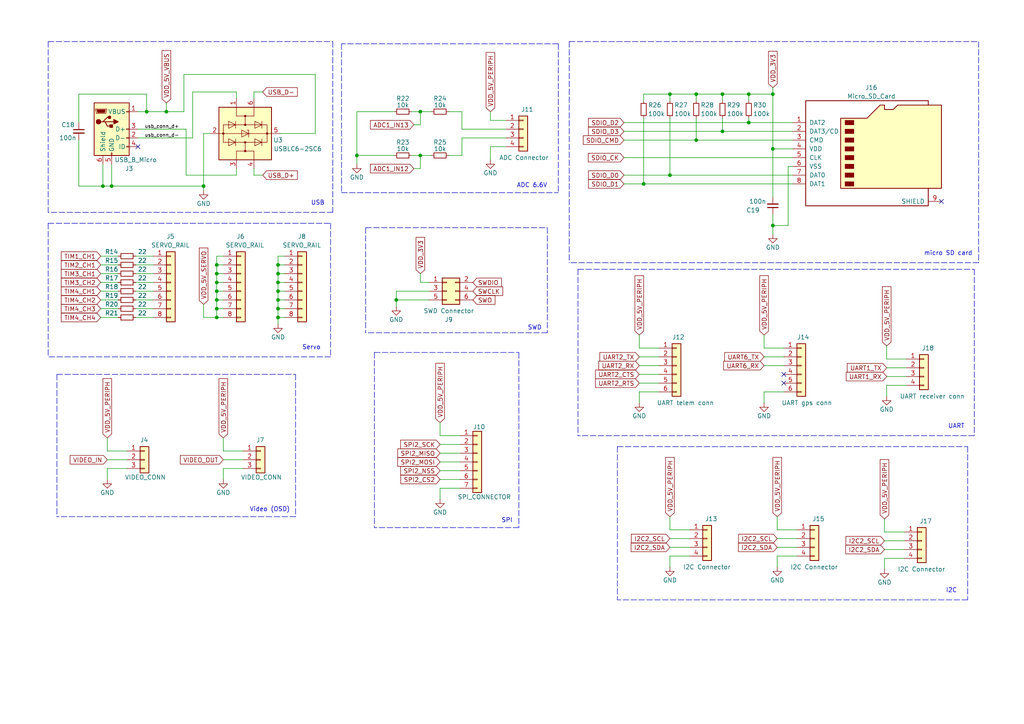
<source format=kicad_sch>
(kicad_sch (version 20211123) (generator eeschema)
  (paper "A4")
  (title_block (title "Connectors") (date "2023-01-28"))
  (lib_symbols
    (symbol "Connector:Micro_SD_Card" (pin_names (offset 1.016))
      (property "Reference" "J" (at -16.51 15.24 0))
      (property "Value" "Micro_SD_Card" (at 16.51 15.24 0))
      (symbol "Micro_SD_Card_0_1"
        (rectangle (start -7.62 -9.525) (end -5.08 -10.795) (fill (type outline)))
        (rectangle (start -7.62 -6.985) (end -5.08 -8.255) (fill (type outline)))
        (rectangle (start -7.62 -4.445) (end -5.08 -5.715) (fill (type outline)))
        (rectangle (start -7.62 -1.905) (end -5.08 -3.175) (fill (type outline)))
        (rectangle (start -7.62 0.635) (end -5.08 -0.635) (fill (type outline)))
        (rectangle (start -7.62 3.175) (end -5.08 1.905) (fill (type outline)))
        (rectangle (start -7.62 5.715) (end -5.08 4.445) (fill (type outline)))
        (rectangle (start -7.62 8.255) (end -5.08 6.985) (fill (type outline)))
        (polyline (pts (xy 16.51 12.7) (xy 16.51 13.97) (xy -19.05 13.97) (xy -19.05 -16.51) (xy 16.51 -16.51) (xy 16.51 -11.43)) (stroke (width 0.254)))
        (polyline (pts (xy -8.89 -11.43) (xy -8.89 8.89) (xy -1.27 8.89) (xy 2.54 12.7) (xy 3.81 12.7) (xy 3.81 11.43) (xy 6.35 11.43) (xy 7.62 12.7) (xy 20.32 12.7) (xy 20.32 -11.43) (xy -8.89 -11.43)) (stroke (width 0.254)) (fill (type background)))
      )
      (symbol "Micro_SD_Card_1_1"
        (pin bidirectional line (at -22.86 7.62 0) (length 3.81) (name "DAT2") (number "1"))
        (pin bidirectional line (at -22.86 5.08 0) (length 3.81) (name "DAT3/CD") (number "2"))
        (pin input line (at -22.86 2.54 0) (length 3.81) (name "CMD") (number "3"))
        (pin power_in line (at -22.86 0 0) (length 3.81) (name "VDD") (number "4"))
        (pin input line (at -22.86 -2.54 0) (length 3.81) (name "CLK") (number "5"))
        (pin power_in line (at -22.86 -5.08 0) (length 3.81) (name "VSS") (number "6"))
        (pin bidirectional line (at -22.86 -7.62 0) (length 3.81) (name "DAT0") (number "7"))
        (pin bidirectional line (at -22.86 -10.16 0) (length 3.81) (name "DAT1") (number "8"))
        (pin passive line (at 20.32 -15.24 180) (length 3.81) (name "SHIELD") (number "9"))
      )
    )
    (symbol "Connector:USB_B_Micro" (pin_names (offset 1.016))
      (property "Reference" "J" (at -5.08 11.43 0))
      (property "Value" "USB_B_Micro" (at -5.08 8.89 0))
      (symbol "USB_B_Micro_0_1"
        (rectangle (start -5.08 -7.62) (end 5.08 7.62) (stroke (width 0.254)) (fill (type background)))
        (circle (center -3.81 2.159) (radius 0.635) (stroke (width 0.254)) (fill (type outline)))
        (circle (center -0.635 3.429) (radius 0.381) (stroke (width 0.254)) (fill (type outline)))
        (rectangle (start -0.127 -7.62) (end 0.127 -6.858))
        (polyline (pts (xy -1.905 2.159) (xy 0.635 2.159)) (stroke (width 0.254)))
        (polyline (pts (xy -3.175 2.159) (xy -2.54 2.159) (xy -1.27 3.429) (xy -0.635 3.429)) (stroke (width 0.254)))
        (polyline (pts (xy -2.54 2.159) (xy -1.905 2.159) (xy -1.27 0.889) (xy 0 0.889)) (stroke (width 0.254)))
        (polyline (pts (xy 0.635 2.794) (xy 0.635 1.524) (xy 1.905 2.159) (xy 0.635 2.794)) (stroke (width 0.254)) (fill (type outline)))
        (polyline (pts (xy -4.318 5.588) (xy -1.778 5.588) (xy -2.032 4.826) (xy -4.064 4.826) (xy -4.318 5.588)) (fill (type outline)))
        (polyline (pts (xy -4.699 5.842) (xy -4.699 5.588) (xy -4.445 4.826) (xy -4.445 4.572) (xy -1.651 4.572) (xy -1.651 4.826) (xy -1.397 5.588) (xy -1.397 5.842) (xy -4.699 5.842)))
        (rectangle (start 0.254 1.27) (end -0.508 0.508) (stroke (width 0.254)) (fill (type outline)))
        (rectangle (start 5.08 -5.207) (end 4.318 -4.953))
        (rectangle (start 5.08 -2.667) (end 4.318 -2.413))
        (rectangle (start 5.08 -0.127) (end 4.318 0.127))
        (rectangle (start 5.08 4.953) (end 4.318 5.207))
      )
      (symbol "USB_B_Micro_1_1"
        (pin power_out line (at 7.62 5.08 180) (length 2.54) (name "VBUS") (number "1"))
        (pin bidirectional line (at 7.62 -2.54 180) (length 2.54) (name "D-") (number "2"))
        (pin bidirectional line (at 7.62 0 180) (length 2.54) (name "D+") (number "3"))
        (pin passive line (at 7.62 -5.08 180) (length 2.54) (name "ID") (number "4"))
        (pin power_out line (at 0 -10.16 90) (length 2.54) (name "GND") (number "5"))
        (pin passive line (at -2.54 -10.16 90) (length 2.54) (name "Shield") (number "6"))
      )
    )
    (symbol "Connector_Generic:Conn_01x03" (pin_names (offset 1.016) hide)
      (property "Reference" "J" (at 0 5.08 0))
      (property "Value" "Conn_01x03" (at 0 -5.08 0))
      (symbol "Conn_01x03_1_1"
        (rectangle (start -1.27 -2.413) (end 0 -2.667) (stroke (width 0.1524)))
        (rectangle (start -1.27 0.127) (end 0 -0.127) (stroke (width 0.1524)))
        (rectangle (start -1.27 2.667) (end 0 2.413) (stroke (width 0.1524)))
        (rectangle (start -1.27 3.81) (end 1.27 -3.81) (stroke (width 0.254)) (fill (type background)))
        (pin passive line (at -5.08 2.54 0) (length 3.81) (name "Pin_1") (number "1"))
        (pin passive line (at -5.08 0 0) (length 3.81) (name "Pin_2") (number "2"))
        (pin passive line (at -5.08 -2.54 0) (length 3.81) (name "Pin_3") (number "3"))
      )
    )
    (symbol "Connector_Generic:Conn_01x04" (pin_names (offset 1.016) hide)
      (property "Reference" "J" (at 0 5.08 0))
      (property "Value" "Conn_01x04" (at 0 -7.62 0))
      (symbol "Conn_01x04_1_1"
        (rectangle (start -1.27 -4.953) (end 0 -5.207) (stroke (width 0.1524)))
        (rectangle (start -1.27 -2.413) (end 0 -2.667) (stroke (width 0.1524)))
        (rectangle (start -1.27 0.127) (end 0 -0.127) (stroke (width 0.1524)))
        (rectangle (start -1.27 2.667) (end 0 2.413) (stroke (width 0.1524)))
        (rectangle (start -1.27 3.81) (end 1.27 -6.35) (stroke (width 0.254)) (fill (type background)))
        (pin passive line (at -5.08 2.54 0) (length 3.81) (name "Pin_1") (number "1"))
        (pin passive line (at -5.08 0 0) (length 3.81) (name "Pin_2") (number "2"))
        (pin passive line (at -5.08 -2.54 0) (length 3.81) (name "Pin_3") (number "3"))
        (pin passive line (at -5.08 -5.08 0) (length 3.81) (name "Pin_4") (number "4"))
      )
    )
    (symbol "Connector_Generic:Conn_01x06" (pin_names (offset 1.016) hide)
      (property "Reference" "J" (at 0 7.62 0))
      (property "Value" "Conn_01x06" (at 0 -10.16 0))
      (symbol "Conn_01x06_1_1"
        (rectangle (start -1.27 -7.493) (end 0 -7.747) (stroke (width 0.1524)))
        (rectangle (start -1.27 -4.953) (end 0 -5.207) (stroke (width 0.1524)))
        (rectangle (start -1.27 -2.413) (end 0 -2.667) (stroke (width 0.1524)))
        (rectangle (start -1.27 0.127) (end 0 -0.127) (stroke (width 0.1524)))
        (rectangle (start -1.27 2.667) (end 0 2.413) (stroke (width 0.1524)))
        (rectangle (start -1.27 5.207) (end 0 4.953) (stroke (width 0.1524)))
        (rectangle (start -1.27 6.35) (end 1.27 -8.89) (stroke (width 0.254)) (fill (type background)))
        (pin passive line (at -5.08 5.08 0) (length 3.81) (name "Pin_1") (number "1"))
        (pin passive line (at -5.08 2.54 0) (length 3.81) (name "Pin_2") (number "2"))
        (pin passive line (at -5.08 0 0) (length 3.81) (name "Pin_3") (number "3"))
        (pin passive line (at -5.08 -2.54 0) (length 3.81) (name "Pin_4") (number "4"))
        (pin passive line (at -5.08 -5.08 0) (length 3.81) (name "Pin_5") (number "5"))
        (pin passive line (at -5.08 -7.62 0) (length 3.81) (name "Pin_6") (number "6"))
      )
    )
    (symbol "Connector_Generic:Conn_01x07" (pin_names (offset 1.016) hide)
      (property "Reference" "J" (at 0 10.16 0))
      (property "Value" "Conn_01x07" (at 0 -10.16 0))
      (symbol "Conn_01x07_1_1"
        (rectangle (start -1.27 -7.493) (end 0 -7.747) (stroke (width 0.1524)))
        (rectangle (start -1.27 -4.953) (end 0 -5.207) (stroke (width 0.1524)))
        (rectangle (start -1.27 -2.413) (end 0 -2.667) (stroke (width 0.1524)))
        (rectangle (start -1.27 0.127) (end 0 -0.127) (stroke (width 0.1524)))
        (rectangle (start -1.27 2.667) (end 0 2.413) (stroke (width 0.1524)))
        (rectangle (start -1.27 5.207) (end 0 4.953) (stroke (width 0.1524)))
        (rectangle (start -1.27 7.747) (end 0 7.493) (stroke (width 0.1524)))
        (rectangle (start -1.27 8.89) (end 1.27 -8.89) (stroke (width 0.254)) (fill (type background)))
        (pin passive line (at -5.08 7.62 0) (length 3.81) (name "Pin_1") (number "1"))
        (pin passive line (at -5.08 5.08 0) (length 3.81) (name "Pin_2") (number "2"))
        (pin passive line (at -5.08 2.54 0) (length 3.81) (name "Pin_3") (number "3"))
        (pin passive line (at -5.08 0 0) (length 3.81) (name "Pin_4") (number "4"))
        (pin passive line (at -5.08 -2.54 0) (length 3.81) (name "Pin_5") (number "5"))
        (pin passive line (at -5.08 -5.08 0) (length 3.81) (name "Pin_6") (number "6"))
        (pin passive line (at -5.08 -7.62 0) (length 3.81) (name "Pin_7") (number "7"))
      )
    )
    (symbol "Connector_Generic:Conn_01x08" (pin_names (offset 1.016) hide)
      (property "Reference" "J" (at 0 10.16 0))
      (property "Value" "Conn_01x08" (at 0 -12.7 0))
      (symbol "Conn_01x08_1_1"
        (rectangle (start -1.27 -10.033) (end 0 -10.287) (stroke (width 0.1524)))
        (rectangle (start -1.27 -7.493) (end 0 -7.747) (stroke (width 0.1524)))
        (rectangle (start -1.27 -4.953) (end 0 -5.207) (stroke (width 0.1524)))
        (rectangle (start -1.27 -2.413) (end 0 -2.667) (stroke (width 0.1524)))
        (rectangle (start -1.27 0.127) (end 0 -0.127) (stroke (width 0.1524)))
        (rectangle (start -1.27 2.667) (end 0 2.413) (stroke (width 0.1524)))
        (rectangle (start -1.27 5.207) (end 0 4.953) (stroke (width 0.1524)))
        (rectangle (start -1.27 7.747) (end 0 7.493) (stroke (width 0.1524)))
        (rectangle (start -1.27 8.89) (end 1.27 -11.43) (stroke (width 0.254)) (fill (type background)))
        (pin passive line (at -5.08 7.62 0) (length 3.81) (name "Pin_1") (number "1"))
        (pin passive line (at -5.08 5.08 0) (length 3.81) (name "Pin_2") (number "2"))
        (pin passive line (at -5.08 2.54 0) (length 3.81) (name "Pin_3") (number "3"))
        (pin passive line (at -5.08 0 0) (length 3.81) (name "Pin_4") (number "4"))
        (pin passive line (at -5.08 -2.54 0) (length 3.81) (name "Pin_5") (number "5"))
        (pin passive line (at -5.08 -5.08 0) (length 3.81) (name "Pin_6") (number "6"))
        (pin passive line (at -5.08 -7.62 0) (length 3.81) (name "Pin_7") (number "7"))
        (pin passive line (at -5.08 -10.16 0) (length 3.81) (name "Pin_8") (number "8"))
      )
    )
    (symbol "Connector_Generic:Conn_02x03_Odd_Even" (pin_names (offset 1.016) hide)
      (property "Reference" "J" (at 1.27 5.08 0))
      (property "Value" "Conn_02x03_Odd_Even" (at 1.27 -5.08 0))
      (symbol "Conn_02x03_Odd_Even_1_1"
        (rectangle (start -1.27 -2.413) (end 0 -2.667) (stroke (width 0.1524)))
        (rectangle (start -1.27 0.127) (end 0 -0.127) (stroke (width 0.1524)))
        (rectangle (start -1.27 2.667) (end 0 2.413) (stroke (width 0.1524)))
        (rectangle (start -1.27 3.81) (end 3.81 -3.81) (stroke (width 0.254)) (fill (type background)))
        (rectangle (start 3.81 -2.413) (end 2.54 -2.667) (stroke (width 0.1524)))
        (rectangle (start 3.81 0.127) (end 2.54 -0.127) (stroke (width 0.1524)))
        (rectangle (start 3.81 2.667) (end 2.54 2.413) (stroke (width 0.1524)))
        (pin passive line (at -5.08 2.54 0) (length 3.81) (name "Pin_1") (number "1"))
        (pin passive line (at 7.62 2.54 180) (length 3.81) (name "Pin_2") (number "2"))
        (pin passive line (at -5.08 0 0) (length 3.81) (name "Pin_3") (number "3"))
        (pin passive line (at 7.62 0 180) (length 3.81) (name "Pin_4") (number "4"))
        (pin passive line (at -5.08 -2.54 0) (length 3.81) (name "Pin_5") (number "5"))
        (pin passive line (at 7.62 -2.54 180) (length 3.81) (name "Pin_6") (number "6"))
      )
    )
    (symbol "Device:C_Small" (pin_numbers hide) (pin_names (offset 0.254) hide)
      (property "Reference" "C" (at 0.254 1.778 0))
      (property "Value" "C_Small" (at 0.254 -2.032 0))
      (symbol "C_Small_0_1"
        (polyline (pts (xy -1.524 -0.508) (xy 1.524 -0.508)) (stroke (width 0.3302)))
        (polyline (pts (xy -1.524 0.508) (xy 1.524 0.508)) (stroke (width 0.3048)))
      )
      (symbol "C_Small_1_1"
        (pin passive line (at 0 2.54 270) (length 2.032) (name "~") (number "1"))
        (pin passive line (at 0 -2.54 90) (length 2.032) (name "~") (number "2"))
      )
    )
    (symbol "Device:R_Small" (pin_numbers hide) (pin_names (offset 0.254) hide)
      (property "Reference" "R" (at 0.762 0.508 0))
      (property "Value" "R_Small" (at 0.762 -1.016 0))
      (symbol "R_Small_0_1"
        (rectangle (start -0.762 1.778) (end 0.762 -1.778) (stroke (width 0.2032)))
      )
      (symbol "R_Small_1_1"
        (pin passive line (at 0 2.54 270) (length 0.762) (name "~") (number "1"))
        (pin passive line (at 0 -2.54 90) (length 0.762) (name "~") (number "2"))
      )
    )
    (symbol "Power_Protection:USBLC6-2SC6" (pin_names hide)
      (property "Reference" "U" (at 2.54 8.89 0))
      (property "Value" "USBLC6-2SC6" (at 2.54 -8.89 0))
      (symbol "USBLC6-2SC6_0_1"
        (rectangle (start -7.62 -7.62) (end 7.62 7.62) (stroke (width 0.254)) (fill (type background)))
        (circle (center -5.08 0) (radius 0.254) (fill (type outline)))
        (circle (center -2.54 0) (radius 0.254) (fill (type outline)))
        (rectangle (start -2.54 6.35) (end 2.54 -6.35))
        (circle (center 0 -6.35) (radius 0.254) (fill (type outline)))
        (polyline (pts (xy -5.08 -2.54) (xy -7.62 -2.54)))
        (polyline (pts (xy -5.08 0) (xy -5.08 -2.54)))
        (polyline (pts (xy -5.08 2.54) (xy -7.62 2.54)))
        (polyline (pts (xy -1.524 -2.794) (xy -3.556 -2.794)))
        (polyline (pts (xy -1.524 4.826) (xy -3.556 4.826)))
        (polyline (pts (xy 0 -7.62) (xy 0 -6.35)))
        (polyline (pts (xy 0 -6.35) (xy 0 1.27)))
        (polyline (pts (xy 0 1.27) (xy 0 6.35)))
        (polyline (pts (xy 0 6.35) (xy 0 7.62)))
        (polyline (pts (xy 1.524 -2.794) (xy 3.556 -2.794)))
        (polyline (pts (xy 1.524 4.826) (xy 3.556 4.826)))
        (polyline (pts (xy 5.08 -2.54) (xy 7.62 -2.54)))
        (polyline (pts (xy 5.08 0) (xy 5.08 -2.54)))
        (polyline (pts (xy 5.08 2.54) (xy 7.62 2.54)))
        (polyline (pts (xy -2.54 0) (xy -5.08 0) (xy -5.08 2.54)))
        (polyline (pts (xy 2.54 0) (xy 5.08 0) (xy 5.08 2.54)))
        (polyline (pts (xy -3.556 -4.826) (xy -1.524 -4.826) (xy -2.54 -2.794) (xy -3.556 -4.826)))
        (polyline (pts (xy -3.556 2.794) (xy -1.524 2.794) (xy -2.54 4.826) (xy -3.556 2.794)))
        (polyline (pts (xy -1.016 -1.016) (xy 1.016 -1.016) (xy 0 1.016) (xy -1.016 -1.016)))
        (polyline (pts (xy 1.016 1.016) (xy 0.762 1.016) (xy -1.016 1.016) (xy -1.016 0.508)))
        (polyline (pts (xy 3.556 -4.826) (xy 1.524 -4.826) (xy 2.54 -2.794) (xy 3.556 -4.826)))
        (polyline (pts (xy 3.556 2.794) (xy 1.524 2.794) (xy 2.54 4.826) (xy 3.556 2.794)))
        (circle (center 0 6.35) (radius 0.254) (fill (type outline)))
        (circle (center 2.54 0) (radius 0.254) (fill (type outline)))
        (circle (center 5.08 0) (radius 0.254) (fill (type outline)))
      )
      (symbol "USBLC6-2SC6_1_1"
        (pin passive line (at -10.16 -2.54 0) (length 2.54) (name "I/O1") (number "1"))
        (pin passive line (at 0 -10.16 90) (length 2.54) (name "GND") (number "2"))
        (pin passive line (at 10.16 -2.54 180) (length 2.54) (name "I/O2") (number "3"))
        (pin passive line (at 10.16 2.54 180) (length 2.54) (name "I/O2") (number "4"))
        (pin passive line (at 0 10.16 270) (length 2.54) (name "VBUS") (number "5"))
        (pin passive line (at -10.16 2.54 0) (length 2.54) (name "I/O1") (number "6"))
      )
    )
    (symbol "power:GND" (power) (pin_names (offset 0))
      (property "Value" "GND" (at 0 -3.81 0))
      (symbol "GND_0_1"
        (polyline (pts (xy 0 0) (xy 0 -1.27) (xy 1.27 -1.27) (xy 0 -2.54) (xy -1.27 -1.27) (xy 0 -1.27)))
      )
      (symbol "GND_1_1"
        (pin power_in line (at 0 0 270) (length 0) hide (name "GND") (number "1"))
      )
    )
  )
  (junction (at 201.93 40.64))
  (junction (at 62.865 79.375))
  (junction (at 29.845 53.975))
  (junction (at 62.865 92.075))
  (junction (at 121.92 32.385))
  (junction (at 80.645 89.535))
  (junction (at 59.055 53.975))
  (junction (at 80.645 84.455))
  (junction (at 194.31 27.305))
  (junction (at 80.645 79.375))
  (junction (at 217.17 27.305))
  (junction (at 209.55 38.1))
  (junction (at 103.505 45.085))
  (junction (at 186.69 53.34))
  (junction (at 201.93 27.305))
  (junction (at 224.155 27.305))
  (junction (at 62.865 76.835))
  (junction (at 42.545 32.385))
  (junction (at 224.155 43.18))
  (junction (at 224.155 65.405))
  (junction (at 80.645 86.995))
  (junction (at 62.865 86.995))
  (junction (at 62.865 81.915))
  (junction (at 121.92 45.085))
  (junction (at 114.935 86.995))
  (junction (at 62.865 84.455))
  (junction (at 80.645 81.915))
  (junction (at 62.865 89.535))
  (junction (at 80.645 92.075))
  (junction (at 48.26 32.385))
  (junction (at 209.55 27.305))
  (junction (at 32.385 53.975))
  (junction (at 80.645 76.835))
  (junction (at 194.31 50.8))
  (junction (at 217.17 35.56))
  (no_connect (at 40.005 42.545))
  (no_connect (at 273.05 58.42))
  (no_connect (at 227.33 108.585))
  (no_connect (at 227.33 111.125))
  (wire (pts (xy 64.77 81.915) (xy 62.865 81.915)))
  (wire (pts (xy 142.24 42.545) (xy 142.24 46.355)))
  (polyline (pts (xy 179.07 129.54) (xy 179.07 173.99)))
  (wire (pts (xy 225.425 149.86) (xy 225.425 153.67)))
  (wire (pts (xy 40.005 40.005) (xy 55.88 40.005)))
  (wire (pts (xy 133.985 40.005) (xy 146.685 40.005)))
  (wire (pts (xy 201.93 40.64) (xy 229.87 40.64)))
  (wire (pts (xy 80.645 76.835) (xy 82.55 76.835)))
  (wire (pts (xy 124.46 81.915) (xy 121.92 81.915)))
  (wire (pts (xy 73.66 28.575) (xy 73.66 26.67)))
  (wire (pts (xy 209.55 27.305) (xy 201.93 27.305)))
  (wire (pts (xy 55.88 40.005) (xy 55.88 26.67)))
  (wire (pts (xy 228.6 48.26) (xy 228.6 65.405)))
  (polyline (pts (xy 282.575 78.105) (xy 282.575 126.365)))
  (polyline (pts (xy 167.64 78.105) (xy 167.64 126.365)))
  (wire (pts (xy 22.86 53.975) (xy 29.845 53.975)))
  (wire (pts (xy 80.645 89.535) (xy 82.55 89.535)))
  (wire (pts (xy 201.93 34.29) (xy 201.93 40.64)))
  (wire (pts (xy 62.865 81.915) (xy 62.865 84.455)))
  (wire (pts (xy 124.46 86.995) (xy 114.935 86.995)))
  (wire (pts (xy 191.135 113.665) (xy 185.42 113.665)))
  (wire (pts (xy 119.38 32.385) (xy 121.92 32.385)))
  (wire (pts (xy 53.975 50.8) (xy 68.58 50.8)))
  (wire (pts (xy 180.975 45.72) (xy 229.87 45.72)))
  (wire (pts (xy 62.865 92.075) (xy 64.77 92.075)))
  (wire (pts (xy 80.645 79.375) (xy 80.645 81.915)))
  (wire (pts (xy 257.175 100.33) (xy 257.175 104.14)))
  (wire (pts (xy 39.37 79.375) (xy 44.45 79.375)))
  (wire (pts (xy 29.21 89.535) (xy 34.29 89.535)))
  (wire (pts (xy 133.985 40.005) (xy 133.985 45.085)))
  (wire (pts (xy 36.83 133.35) (xy 31.115 133.35)))
  (wire (pts (xy 146.685 34.925) (xy 142.24 34.925)))
  (polyline (pts (xy 13.97 12.065) (xy 96.52 12.065)))
  (wire (pts (xy 31.115 135.89) (xy 31.115 139.065)))
  (wire (pts (xy 42.545 27.305) (xy 22.86 27.305)))
  (wire (pts (xy 114.935 86.995) (xy 114.935 88.9)))
  (wire (pts (xy 39.37 89.535) (xy 44.45 89.535)))
  (wire (pts (xy 127.635 139.065) (xy 133.35 139.065)))
  (wire (pts (xy 262.89 111.76) (xy 257.175 111.76)))
  (wire (pts (xy 29.21 86.995) (xy 34.29 86.995)))
  (polyline (pts (xy 95.885 103.505) (xy 13.97 103.505)))
  (wire (pts (xy 146.685 42.545) (xy 142.24 42.545)))
  (wire (pts (xy 53.975 37.465) (xy 53.975 50.8)))
  (polyline (pts (xy 158.75 96.52) (xy 106.045 96.52)))
  (wire (pts (xy 180.975 35.56) (xy 217.17 35.56)))
  (polyline (pts (xy 150.495 102.235) (xy 150.495 153.035)))
  (wire (pts (xy 39.37 86.995) (xy 44.45 86.995)))
  (wire (pts (xy 186.69 34.29) (xy 186.69 53.34)))
  (wire (pts (xy 133.985 45.085) (xy 130.175 45.085)))
  (polyline (pts (xy 158.75 66.04) (xy 158.75 96.52)))
  (polyline (pts (xy 106.045 66.04) (xy 106.045 96.52)))
  (polyline (pts (xy 99.06 12.7) (xy 99.06 55.88)))
  (wire (pts (xy 62.865 86.995) (xy 64.77 86.995)))
  (wire (pts (xy 221.615 113.665) (xy 221.615 116.84)))
  (wire (pts (xy 257.175 111.76) (xy 257.175 114.935)))
  (wire (pts (xy 119.38 45.085) (xy 121.92 45.085)))
  (wire (pts (xy 62.865 74.295) (xy 62.865 76.835)))
  (wire (pts (xy 224.155 43.18) (xy 224.155 57.15)))
  (wire (pts (xy 62.865 84.455) (xy 64.77 84.455)))
  (wire (pts (xy 225.425 158.75) (xy 231.14 158.75)))
  (polyline (pts (xy 16.51 108.585) (xy 16.51 149.86)))
  (wire (pts (xy 22.86 27.305) (xy 22.86 35.56)))
  (wire (pts (xy 68.58 50.8) (xy 68.58 48.895)))
  (wire (pts (xy 103.505 45.085) (xy 114.3 45.085)))
  (wire (pts (xy 194.31 161.29) (xy 194.31 164.465)))
  (polyline (pts (xy 99.06 55.88) (xy 161.925 55.88)))
  (polyline (pts (xy 165.1 12.065) (xy 165.1 76.2)))
  (wire (pts (xy 180.975 38.1) (xy 209.55 38.1)))
  (wire (pts (xy 36.83 130.81) (xy 31.115 130.81)))
  (wire (pts (xy 194.31 158.75) (xy 200.025 158.75)))
  (polyline (pts (xy 96.52 12.065) (xy 96.52 61.595)))
  (wire (pts (xy 200.025 153.67) (xy 194.31 153.67)))
  (wire (pts (xy 262.255 154.305) (xy 256.54 154.305)))
  (wire (pts (xy 80.645 92.075) (xy 82.55 92.075)))
  (wire (pts (xy 40.005 32.385) (xy 42.545 32.385)))
  (wire (pts (xy 22.86 40.64) (xy 22.86 53.975)))
  (wire (pts (xy 180.975 50.8) (xy 194.31 50.8)))
  (polyline (pts (xy 16.51 108.585) (xy 85.725 108.585)))
  (wire (pts (xy 80.645 84.455) (xy 80.645 86.995)))
  (wire (pts (xy 59.055 53.975) (xy 59.055 55.245)))
  (polyline (pts (xy 167.64 78.105) (xy 282.575 78.105)))
  (wire (pts (xy 40.005 37.465) (xy 53.975 37.465)))
  (wire (pts (xy 224.155 27.305) (xy 224.155 43.18)))
  (wire (pts (xy 62.865 76.835) (xy 62.865 79.375)))
  (wire (pts (xy 191.135 100.965) (xy 185.42 100.965)))
  (wire (pts (xy 127.635 128.905) (xy 133.35 128.905)))
  (wire (pts (xy 32.385 47.625) (xy 32.385 53.975)))
  (wire (pts (xy 127.635 122.555) (xy 127.635 126.365)))
  (wire (pts (xy 70.485 135.89) (xy 64.77 135.89)))
  (wire (pts (xy 186.69 53.34) (xy 229.87 53.34)))
  (wire (pts (xy 127.635 136.525) (xy 133.35 136.525)))
  (polyline (pts (xy 280.67 173.99) (xy 179.07 173.99)))
  (wire (pts (xy 59.055 92.075) (xy 59.055 88.265)))
  (wire (pts (xy 121.92 45.085) (xy 121.92 48.895)))
  (wire (pts (xy 29.21 79.375) (xy 34.29 79.375)))
  (polyline (pts (xy 85.725 149.86) (xy 16.51 149.86)))
  (wire (pts (xy 209.55 27.305) (xy 209.55 29.21)))
  (polyline (pts (xy 13.97 64.77) (xy 95.885 64.77)))
  (wire (pts (xy 120.015 36.195) (xy 121.92 36.195)))
  (wire (pts (xy 120.015 48.895) (xy 121.92 48.895)))
  (wire (pts (xy 231.14 153.67) (xy 225.425 153.67)))
  (wire (pts (xy 185.42 106.045) (xy 191.135 106.045)))
  (wire (pts (xy 121.92 32.385) (xy 121.92 36.195)))
  (wire (pts (xy 209.55 34.29) (xy 209.55 38.1)))
  (wire (pts (xy 91.44 38.735) (xy 81.28 38.735)))
  (wire (pts (xy 133.985 37.465) (xy 133.985 32.385)))
  (wire (pts (xy 185.42 113.665) (xy 185.42 116.84)))
  (wire (pts (xy 194.31 149.86) (xy 194.31 153.67)))
  (polyline (pts (xy 150.495 153.035) (xy 108.585 153.035)))
  (wire (pts (xy 103.505 45.085) (xy 103.505 47.625)))
  (wire (pts (xy 201.93 27.305) (xy 194.31 27.305)))
  (wire (pts (xy 80.645 74.295) (xy 80.645 76.835)))
  (wire (pts (xy 62.865 92.075) (xy 59.055 92.075)))
  (wire (pts (xy 32.385 53.975) (xy 59.055 53.975)))
  (wire (pts (xy 29.21 92.075) (xy 34.29 92.075)))
  (wire (pts (xy 29.21 76.835) (xy 34.29 76.835)))
  (polyline (pts (xy 106.045 66.04) (xy 158.75 66.04)))
  (wire (pts (xy 70.485 133.35) (xy 64.77 133.35)))
  (wire (pts (xy 64.77 127) (xy 64.77 130.81)))
  (wire (pts (xy 221.615 103.505) (xy 227.33 103.505)))
  (wire (pts (xy 133.35 141.605) (xy 127.635 141.605)))
  (wire (pts (xy 31.115 127) (xy 31.115 130.81)))
  (wire (pts (xy 29.21 81.915) (xy 34.29 81.915)))
  (wire (pts (xy 217.17 35.56) (xy 229.87 35.56)))
  (wire (pts (xy 70.485 130.81) (xy 64.77 130.81)))
  (wire (pts (xy 133.985 32.385) (xy 130.175 32.385)))
  (wire (pts (xy 80.645 76.835) (xy 80.645 79.375)))
  (wire (pts (xy 62.865 89.535) (xy 64.77 89.535)))
  (wire (pts (xy 209.55 38.1) (xy 229.87 38.1)))
  (wire (pts (xy 80.645 92.075) (xy 80.645 93.98)))
  (wire (pts (xy 48.26 29.845) (xy 48.26 32.385)))
  (wire (pts (xy 262.255 161.925) (xy 256.54 161.925)))
  (wire (pts (xy 224.155 65.405) (xy 224.155 67.945)))
  (wire (pts (xy 39.37 81.915) (xy 44.45 81.915)))
  (wire (pts (xy 39.37 84.455) (xy 44.45 84.455)))
  (polyline (pts (xy 108.585 102.235) (xy 108.585 153.035)))
  (wire (pts (xy 224.155 62.23) (xy 224.155 65.405)))
  (wire (pts (xy 91.44 21.59) (xy 91.44 38.735)))
  (wire (pts (xy 62.865 79.375) (xy 62.865 81.915)))
  (wire (pts (xy 64.77 74.295) (xy 62.865 74.295)))
  (wire (pts (xy 42.545 32.385) (xy 48.26 32.385)))
  (wire (pts (xy 229.87 48.26) (xy 228.6 48.26)))
  (polyline (pts (xy 13.97 12.065) (xy 13.97 61.595)))
  (wire (pts (xy 227.33 113.665) (xy 221.615 113.665)))
  (wire (pts (xy 257.175 106.68) (xy 262.89 106.68)))
  (wire (pts (xy 217.17 29.21) (xy 217.17 27.305)))
  (wire (pts (xy 36.83 135.89) (xy 31.115 135.89)))
  (polyline (pts (xy 96.52 61.595) (xy 13.97 61.595)))
  (wire (pts (xy 194.31 34.29) (xy 194.31 50.8)))
  (wire (pts (xy 29.845 53.975) (xy 32.385 53.975)))
  (wire (pts (xy 231.14 161.29) (xy 225.425 161.29)))
  (wire (pts (xy 80.645 84.455) (xy 82.55 84.455)))
  (wire (pts (xy 221.615 106.045) (xy 227.33 106.045)))
  (polyline (pts (xy 108.585 102.235) (xy 150.495 102.235)))
  (wire (pts (xy 221.615 97.155) (xy 221.615 100.965)))
  (wire (pts (xy 55.88 26.67) (xy 68.58 26.67)))
  (polyline (pts (xy 282.575 126.365) (xy 167.64 126.365)))
  (polyline (pts (xy 161.925 12.7) (xy 161.925 55.88)))
  (wire (pts (xy 53.34 21.59) (xy 91.44 21.59)))
  (wire (pts (xy 201.93 27.305) (xy 201.93 29.21)))
  (wire (pts (xy 185.42 97.155) (xy 185.42 100.965)))
  (wire (pts (xy 180.975 53.34) (xy 186.69 53.34)))
  (wire (pts (xy 62.865 86.995) (xy 62.865 89.535)))
  (wire (pts (xy 121.92 45.085) (xy 125.095 45.085)))
  (polyline (pts (xy 95.885 64.77) (xy 95.885 103.505)))
  (wire (pts (xy 133.35 126.365) (xy 127.635 126.365)))
  (wire (pts (xy 114.3 32.385) (xy 103.505 32.385)))
  (wire (pts (xy 82.55 74.295) (xy 80.645 74.295)))
  (wire (pts (xy 200.025 161.29) (xy 194.31 161.29)))
  (polyline (pts (xy 13.97 64.77) (xy 13.97 103.505)))
  (wire (pts (xy 29.21 74.295) (xy 34.29 74.295)))
  (wire (pts (xy 80.645 86.995) (xy 82.55 86.995)))
  (wire (pts (xy 80.645 86.995) (xy 80.645 89.535)))
  (wire (pts (xy 73.66 26.67) (xy 76.2 26.67)))
  (wire (pts (xy 59.055 38.735) (xy 59.055 53.975)))
  (polyline (pts (xy 283.845 76.2) (xy 165.1 76.2)))
  (wire (pts (xy 121.92 79.375) (xy 121.92 81.915)))
  (polyline (pts (xy 280.67 129.54) (xy 280.67 173.99)))
  (wire (pts (xy 180.975 40.64) (xy 201.93 40.64)))
  (wire (pts (xy 48.26 32.385) (xy 53.34 32.385)))
  (wire (pts (xy 114.935 84.455) (xy 114.935 86.995)))
  (wire (pts (xy 217.17 34.29) (xy 217.17 35.56)))
  (wire (pts (xy 194.31 27.305) (xy 186.69 27.305)))
  (wire (pts (xy 256.54 161.925) (xy 256.54 165.1)))
  (wire (pts (xy 185.42 103.505) (xy 191.135 103.505)))
  (polyline (pts (xy 85.725 108.585) (xy 85.725 149.86)))
  (wire (pts (xy 42.545 32.385) (xy 42.545 27.305)))
  (wire (pts (xy 39.37 92.075) (xy 44.45 92.075)))
  (wire (pts (xy 62.865 89.535) (xy 62.865 92.075)))
  (wire (pts (xy 225.425 161.29) (xy 225.425 164.465)))
  (wire (pts (xy 185.42 108.585) (xy 191.135 108.585)))
  (wire (pts (xy 133.985 37.465) (xy 146.685 37.465)))
  (wire (pts (xy 80.645 79.375) (xy 82.55 79.375)))
  (wire (pts (xy 73.66 48.895) (xy 73.66 50.8)))
  (wire (pts (xy 185.42 111.125) (xy 191.135 111.125)))
  (wire (pts (xy 262.89 104.14) (xy 257.175 104.14)))
  (wire (pts (xy 53.34 32.385) (xy 53.34 21.59)))
  (wire (pts (xy 82.55 81.915) (xy 80.645 81.915)))
  (wire (pts (xy 73.66 50.8) (xy 76.2 50.8)))
  (wire (pts (xy 227.33 100.965) (xy 221.615 100.965)))
  (wire (pts (xy 217.17 27.305) (xy 209.55 27.305)))
  (wire (pts (xy 39.37 74.295) (xy 44.45 74.295)))
  (wire (pts (xy 124.46 84.455) (xy 114.935 84.455)))
  (wire (pts (xy 127.635 133.985) (xy 133.35 133.985)))
  (polyline (pts (xy 161.925 12.7) (xy 99.06 12.7)))
  (polyline (pts (xy 283.845 12.065) (xy 283.845 76.2)))
  (wire (pts (xy 68.58 26.67) (xy 68.58 28.575)))
  (wire (pts (xy 224.155 65.405) (xy 228.6 65.405)))
  (wire (pts (xy 39.37 76.835) (xy 44.45 76.835)))
  (wire (pts (xy 80.645 81.915) (xy 80.645 84.455)))
  (wire (pts (xy 62.865 76.835) (xy 64.77 76.835)))
  (wire (pts (xy 62.865 79.375) (xy 64.77 79.375)))
  (wire (pts (xy 256.54 159.385) (xy 262.255 159.385)))
  (wire (pts (xy 257.175 109.22) (xy 262.89 109.22)))
  (wire (pts (xy 121.92 32.385) (xy 125.095 32.385)))
  (wire (pts (xy 142.24 32.385) (xy 142.24 34.925)))
  (wire (pts (xy 256.54 150.495) (xy 256.54 154.305)))
  (wire (pts (xy 225.425 156.21) (xy 231.14 156.21)))
  (wire (pts (xy 194.31 156.21) (xy 200.025 156.21)))
  (wire (pts (xy 186.69 27.305) (xy 186.69 29.21)))
  (wire (pts (xy 127.635 131.445) (xy 133.35 131.445)))
  (wire (pts (xy 194.31 50.8) (xy 229.87 50.8)))
  (polyline (pts (xy 179.07 129.54) (xy 280.67 129.54)))
  (wire (pts (xy 29.21 84.455) (xy 34.29 84.455)))
  (wire (pts (xy 256.54 156.845) (xy 262.255 156.845)))
  (wire (pts (xy 103.505 32.385) (xy 103.505 45.085)))
  (wire (pts (xy 64.77 135.89) (xy 64.77 139.065)))
  (wire (pts (xy 217.17 27.305) (xy 224.155 27.305)))
  (wire (pts (xy 224.155 25.4) (xy 224.155 27.305)))
  (wire (pts (xy 194.31 27.305) (xy 194.31 29.21)))
  (wire (pts (xy 80.645 89.535) (xy 80.645 92.075)))
  (wire (pts (xy 62.865 84.455) (xy 62.865 86.995)))
  (wire (pts (xy 29.845 47.625) (xy 29.845 53.975)))
  (wire (pts (xy 60.96 38.735) (xy 59.055 38.735)))
  (wire (pts (xy 229.87 43.18) (xy 224.155 43.18)))
  (polyline (pts (xy 165.1 12.065) (xy 283.845 12.065)))
  (wire (pts (xy 127.635 141.605) (xy 127.635 144.78)))
  (text "UART" (at 274.955 124.46 0) (effects (font (size 1.27 1.27)) (justify left bottom)))
  (text "Video (OSD)" (at 72.39 148.59 0) (effects (font (size 1.27 1.27)) (justify left bottom)))
  (text "micro SD card" (at 267.97 74.295 0) (effects (font (size 1.27 1.27)) (justify left bottom)))
  (text "USB" (at 90.17 59.69 0) (effects (font (size 1.27 1.27)) (justify left bottom)))
  (text "Servo" (at 87.63 101.6 0) (effects (font (size 1.27 1.27)) (justify left bottom)))
  (text "SWD" (at 153.035 95.885 0) (effects (font (size 1.27 1.27)) (justify left bottom)))
  (text "ADC 6.6V" (at 149.86 54.61 0) (effects (font (size 1.27 1.27)) (justify left bottom)))
  (text "SPI\n" (at 145.415 151.765 0) (effects (font (size 1.27 1.27)) (justify left bottom)))
  (text "I2C" (at 274.32 172.085 0) (effects (font (size 1.27 1.27)) (justify left bottom)))
  (label "usb_conn_d-" (at 41.91 40.005 0) (effects (font (size 1 1))))
  (label "usb_conn_d+" (at 41.91 37.465 0) (effects (font (size 1 1))))
  (global_label "VDD_5V_PERIPH" (shape input) (at 225.425 149.86 90) (property "Intersheet References" "${INTERSHEET_REFS}" (effects hide)))
  (global_label "UART6_RX" (shape input) (at 221.615 106.045 180) (property "Intersheet References" "${INTERSHEET_REFS}" (effects hide)))
  (global_label "UART1_RX" (shape input) (at 257.175 109.22 180) (property "Intersheet References" "${INTERSHEET_REFS}" (effects hide)))
  (global_label "SDIO_D1" (shape input) (at 180.975 53.34 180) (property "Intersheet References" "${INTERSHEET_REFS}" (effects hide)))
  (global_label "TIM2_CH1" (shape input) (at 29.21 76.835 180) (property "Intersheet References" "${INTERSHEET_REFS}" (effects hide)))
  (global_label "I2C2_SDA" (shape input) (at 256.54 159.385 180) (property "Intersheet References" "${INTERSHEET_REFS}" (effects hide)))
  (global_label "VDD_5V_PERIPH" (shape input) (at 127.635 122.555 90) (property "Intersheet References" "${INTERSHEET_REFS}" (effects hide)))
  (global_label "SDIO_D0" (shape input) (at 180.975 50.8 180) (property "Intersheet References" "${INTERSHEET_REFS}" (effects hide)))
  (global_label "VDD_5V_PERIPH" (shape input) (at 221.615 97.155 90) (property "Intersheet References" "${INTERSHEET_REFS}" (effects hide)))
  (global_label "UART2_TX" (shape input) (at 185.42 103.505 180) (property "Intersheet References" "${INTERSHEET_REFS}" (effects hide)))
  (global_label "VDD_3V3" (shape input) (at 121.92 79.375 90) (property "Intersheet References" "${INTERSHEET_REFS}" (effects hide)))
  (global_label "SPI2_SCK" (shape input) (at 127.635 128.905 180) (property "Intersheet References" "${INTERSHEET_REFS}" (effects hide)))
  (global_label "I2C2_SCL" (shape input) (at 194.31 156.21 180) (property "Intersheet References" "${INTERSHEET_REFS}" (effects hide)))
  (global_label "SPI2_NSS" (shape input) (at 127.635 136.525 180) (property "Intersheet References" "${INTERSHEET_REFS}" (effects hide)))
  (global_label "TIM4_CH4" (shape input) (at 29.21 92.075 180) (property "Intersheet References" "${INTERSHEET_REFS}" (effects hide)))
  (global_label "UART2_RTS" (shape input) (at 185.42 111.125 180) (property "Intersheet References" "${INTERSHEET_REFS}" (effects hide)))
  (global_label "TIM4_CH3" (shape input) (at 29.21 89.535 180) (property "Intersheet References" "${INTERSHEET_REFS}" (effects hide)))
  (global_label "SPI2_CS2" (shape input) (at 127.635 139.065 180) (property "Intersheet References" "${INTERSHEET_REFS}" (effects hide)))
  (global_label "UART2_CTS" (shape input) (at 185.42 108.585 180) (property "Intersheet References" "${INTERSHEET_REFS}" (effects hide)))
  (global_label "TIM1_CH1" (shape input) (at 29.21 74.295 180) (property "Intersheet References" "${INTERSHEET_REFS}" (effects hide)))
  (global_label "UART6_TX" (shape input) (at 221.615 103.505 180) (property "Intersheet References" "${INTERSHEET_REFS}" (effects hide)))
  (global_label "I2C2_SCL" (shape input) (at 225.425 156.21 180) (property "Intersheet References" "${INTERSHEET_REFS}" (effects hide)))
  (global_label "SWO" (shape input) (at 137.16 86.995 0) (property "Intersheet References" "${INTERSHEET_REFS}" (effects hide)))
  (global_label "SPI2_MOSI" (shape input) (at 127.635 133.985 180) (property "Intersheet References" "${INTERSHEET_REFS}" (effects hide)))
  (global_label "VDD_5V_PERIPH" (shape input) (at 64.77 127 90) (property "Intersheet References" "${INTERSHEET_REFS}" (effects hide)))
  (global_label "SDIO_CMD" (shape input) (at 180.975 40.64 180) (property "Intersheet References" "${INTERSHEET_REFS}" (effects hide)))
  (global_label "I2C2_SDA" (shape input) (at 225.425 158.75 180) (property "Intersheet References" "${INTERSHEET_REFS}" (effects hide)))
  (global_label "VDD_5V_PERIPH" (shape input) (at 257.175 100.33 90) (property "Intersheet References" "${INTERSHEET_REFS}" (effects hide)))
  (global_label "I2C2_SDA" (shape input) (at 194.31 158.75 180) (property "Intersheet References" "${INTERSHEET_REFS}" (effects hide)))
  (global_label "VIDEO_IN" (shape input) (at 31.115 133.35 180) (property "Intersheet References" "${INTERSHEET_REFS}" (effects hide)))
  (global_label "SDIO_CK" (shape input) (at 180.975 45.72 180) (property "Intersheet References" "${INTERSHEET_REFS}" (effects hide)))
  (global_label "USB_D+" (shape input) (at 76.2 50.8 0) (property "Intersheet References" "${INTERSHEET_REFS}" (effects hide)))
  (global_label "VDD_5V_PERIPH" (shape input) (at 142.24 32.385 90) (property "Intersheet References" "${INTERSHEET_REFS}" (effects hide)))
  (global_label "ADC1_IN13" (shape input) (at 120.015 36.195 180) (property "Intersheet References" "${INTERSHEET_REFS}" (effects hide)))
  (global_label "TIM3_CH2" (shape input) (at 29.21 81.915 180) (property "Intersheet References" "${INTERSHEET_REFS}" (effects hide)))
  (global_label "UART1_TX" (shape input) (at 257.175 106.68 180) (property "Intersheet References" "${INTERSHEET_REFS}" (effects hide)))
  (global_label "ADC1_IN12" (shape input) (at 120.015 48.895 180) (property "Intersheet References" "${INTERSHEET_REFS}" (effects hide)))
  (global_label "VDD_5V_PERIPH" (shape input) (at 185.42 97.155 90) (property "Intersheet References" "${INTERSHEET_REFS}" (effects hide)))
  (global_label "SWDIO" (shape input) (at 137.16 81.915 0) (property "Intersheet References" "${INTERSHEET_REFS}" (effects hide)))
  (global_label "SWCLK" (shape input) (at 137.16 84.455 0) (property "Intersheet References" "${INTERSHEET_REFS}" (effects hide)))
  (global_label "VDD_5V_PERIPH" (shape input) (at 256.54 150.495 90) (property "Intersheet References" "${INTERSHEET_REFS}" (effects hide)))
  (global_label "VDD_3V3" (shape input) (at 224.155 25.4 90) (property "Intersheet References" "${INTERSHEET_REFS}" (effects hide)))
  (global_label "TIM4_CH1" (shape input) (at 29.21 84.455 180) (property "Intersheet References" "${INTERSHEET_REFS}" (effects hide)))
  (global_label "TIM4_CH2" (shape input) (at 29.21 86.995 180) (property "Intersheet References" "${INTERSHEET_REFS}" (effects hide)))
  (global_label "SDIO_D3" (shape input) (at 180.975 38.1 180) (property "Intersheet References" "${INTERSHEET_REFS}" (effects hide)))
  (global_label "UART2_RX" (shape input) (at 185.42 106.045 180) (property "Intersheet References" "${INTERSHEET_REFS}" (effects hide)))
  (global_label "VDD_5V_PERIPH" (shape input) (at 31.115 127 90) (property "Intersheet References" "${INTERSHEET_REFS}" (effects hide)))
  (global_label "TIM3_CH1" (shape input) (at 29.21 79.375 180) (property "Intersheet References" "${INTERSHEET_REFS}" (effects hide)))
  (global_label "VDD_5V_VBUS" (shape input) (at 48.26 29.845 90) (property "Intersheet References" "${INTERSHEET_REFS}" (effects hide)))
  (global_label "SDIO_D2" (shape input) (at 180.975 35.56 180) (property "Intersheet References" "${INTERSHEET_REFS}" (effects hide)))
  (global_label "VDD_5V_PERIPH" (shape input) (at 194.31 149.86 90) (property "Intersheet References" "${INTERSHEET_REFS}" (effects hide)))
  (global_label "USB_D-" (shape input) (at 76.2 26.67 0) (property "Intersheet References" "${INTERSHEET_REFS}" (effects hide)))
  (global_label "SPI2_MISO" (shape input) (at 127.635 131.445 180) (property "Intersheet References" "${INTERSHEET_REFS}" (effects hide)))
  (global_label "I2C2_SCL" (shape input) (at 256.54 156.845 180) (property "Intersheet References" "${INTERSHEET_REFS}" (effects hide)))
  (global_label "VDD_5V_SERVO" (shape input) (at 59.055 88.265 90) (property "Intersheet References" "${INTERSHEET_REFS}" (effects hide)))
  (global_label "VIDEO_OUT" (shape input) (at 64.77 133.35 180) (property "Intersheet References" "${INTERSHEET_REFS}" (effects hide)))
  (symbol (lib_id "Connector_Generic:Conn_01x04") (at 205.105 156.21 0) (unit 1)
    (property "Reference" "J13" (at 204.47 150.495 0) (effects (justify left)))
    (property "Value" "I2C Connector" (at 198.12 164.465 0) (effects (justify left)))
    (property "Footprint" "Connector_Molex:Molex_PicoBlade_53047-0410_1x04_P1.25mm_Vertical" (effects hide))
  )
  (symbol (lib_id "Device:R_Small") (at 36.83 79.375 90) (unit 1)
    (property "Reference" "R16" (at 32.385 78.105 90))
    (property "Value" "22" (at 41.275 78.105 90))
    (property "Footprint" "Resistor_SMD:R_0603_1608Metric_Pad0.98x0.95mm_HandSolder" (effects hide))
  )
  (symbol (lib_id "Device:R_Small") (at 127.635 45.085 90) (unit 1)
    (property "Reference" "R25" (at 127.635 41.275 90))
    (property "Value" "10k" (at 127.635 43.18 90))
    (property "Footprint" "Resistor_SMD:R_0603_1608Metric_Pad0.98x0.95mm_HandSolder" (effects hide))
  )
  (symbol (lib_id "Device:R_Small") (at 186.69 31.75 0) (unit 1)
    (property "Reference" "R26" (at 187.96 30.48 0) (effects (justify left)))
    (property "Value" "100k" (at 187.96 33.02 0) (effects (justify left)))
    (property "Footprint" "Resistor_SMD:R_0603_1608Metric_Pad0.98x0.95mm_HandSolder" (effects hide))
  )
  (symbol (lib_id "Connector_Generic:Conn_01x04") (at 267.97 106.68 0) (unit 1)
    (property "Reference" "J18" (at 267.335 100.965 0) (effects (justify left)))
    (property "Value" "UART receiver conn" (at 260.985 114.935 0) (effects (justify left)))
    (property "Footprint" "Connector_Molex:Molex_PicoBlade_53047-0410_1x04_P1.25mm_Vertical" (effects hide))
  )
  (symbol (lib_id "Device:R_Small") (at 116.84 45.085 90) (unit 1)
    (property "Reference" "R23" (at 116.84 41.275 90))
    (property "Value" "10k" (at 116.84 43.18 90))
    (property "Footprint" "Resistor_SMD:R_0603_1608Metric_Pad0.98x0.95mm_HandSolder" (effects hide))
  )
  (symbol (lib_id "Device:R_Small") (at 36.83 76.835 90) (unit 1)
    (property "Reference" "R15" (at 32.385 75.565 90))
    (property "Value" "22" (at 41.275 75.565 90))
    (property "Footprint" "Resistor_SMD:R_0603_1608Metric_Pad0.98x0.95mm_HandSolder" (effects hide))
  )
  (symbol (lib_id "power:GND") (at 80.645 93.98 0) (unit 1)
    (property "Reference" "#PWR020" (effects hide))
    (property "Value" "GND" (at 80.645 97.79 0))
  )
  (symbol (lib_id "Connector_Generic:Conn_01x04") (at 267.335 156.845 0) (unit 1)
    (property "Reference" "J17" (at 266.7 151.13 0) (effects (justify left)))
    (property "Value" "I2C Connector" (at 260.35 165.1 0) (effects (justify left)))
    (property "Footprint" "Connector_Molex:Molex_PicoBlade_53047-0410_1x04_P1.25mm_Vertical" (effects hide))
  )
  (symbol (lib_id "Device:R_Small") (at 36.83 74.295 90) (unit 1)
    (property "Reference" "R14" (at 32.385 73.025 90))
    (property "Value" "22" (at 41.275 73.025 90))
    (property "Footprint" "Resistor_SMD:R_0603_1608Metric_Pad0.98x0.95mm_HandSolder" (effects hide))
  )
  (symbol (lib_id "Connector_Generic:Conn_01x04") (at 236.22 156.21 0) (unit 1)
    (property "Reference" "J15" (at 235.585 150.495 0) (effects (justify left)))
    (property "Value" "I2C Connector" (at 229.235 164.465 0) (effects (justify left)))
    (property "Footprint" "Connector_Molex:Molex_PicoBlade_53047-0410_1x04_P1.25mm_Vertical" (effects hide))
  )
  (symbol (lib_id "Connector_Generic:Conn_02x03_Odd_Even") (at 129.54 84.455 0) (unit 1)
    (property "Reference" "J9" (at 130.175 92.71 0))
    (property "Value" "SWD Connector" (at 130.175 90.17 0))
    (property "Footprint" "Connector_PinHeader_2.54mm:PinHeader_2x03_P2.54mm_Vertical" (effects hide))
  )
  (symbol (lib_id "Device:R_Small") (at 36.83 89.535 90) (unit 1)
    (property "Reference" "R20" (at 32.385 88.265 90))
    (property "Value" "22" (at 41.275 88.265 90))
    (property "Footprint" "Resistor_SMD:R_0603_1608Metric_Pad0.98x0.95mm_HandSolder" (effects hide))
  )
  (symbol (lib_id "power:GND") (at 225.425 164.465 0) (unit 1)
    (property "Reference" "#PWR029" (effects hide))
    (property "Value" "GND" (at 225.425 168.275 0))
  )
  (symbol (lib_id "power:GND") (at 221.615 116.84 0) (unit 1)
    (property "Reference" "#PWR027" (effects hide))
    (property "Value" "GND" (at 221.615 120.65 0))
  )
  (symbol (lib_id "Device:R_Small") (at 201.93 31.75 0) (unit 1)
    (property "Reference" "R28" (at 203.2 30.48 0) (effects (justify left)))
    (property "Value" "100k" (at 203.2 33.02 0) (effects (justify left)))
    (property "Footprint" "Resistor_SMD:R_0603_1608Metric_Pad0.98x0.95mm_HandSolder" (effects hide))
  )
  (symbol (lib_id "power:GND") (at 194.31 164.465 0) (unit 1)
    (property "Reference" "#PWR026" (effects hide))
    (property "Value" "GND" (at 194.31 168.275 0))
  )
  (symbol (lib_id "Connector:Micro_SD_Card") (at 252.73 43.18 0) (unit 1)
    (property "Reference" "J16" (at 252.73 25.4 0))
    (property "Value" "Micro_SD_Card" (at 252.73 27.94 0))
    (property "Footprint" "sd:TF15X15" (effects hide))
    (property "Datasheet" "http://katalog.we-online.de/em/datasheet/693072010801.pdf" (effects hide))
  )
  (symbol (lib_id "Connector_Generic:Conn_01x04") (at 151.765 37.465 0) (unit 1)
    (property "Reference" "J11" (at 151.13 31.75 0) (effects (justify left)))
    (property "Value" "ADC Connector" (at 144.78 45.72 0) (effects (justify left)))
    (property "Footprint" "Connector_Molex:Molex_PicoBlade_53047-0410_1x04_P1.25mm_Vertical" (effects hide))
  )
  (symbol (lib_id "Device:R_Small") (at 116.84 32.385 90) (unit 1)
    (property "Reference" "R22" (at 116.84 28.575 90))
    (property "Value" "10k" (at 116.84 30.48 90))
    (property "Footprint" "Resistor_SMD:R_0603_1608Metric_Pad0.98x0.95mm_HandSolder" (effects hide))
  )
  (symbol (lib_id "Device:R_Small") (at 194.31 31.75 0) (unit 1)
    (property "Reference" "R27" (at 195.58 30.48 0) (effects (justify left)))
    (property "Value" "100k" (at 195.58 33.02 0) (effects (justify left)))
    (property "Footprint" "Resistor_SMD:R_0603_1608Metric_Pad0.98x0.95mm_HandSolder" (effects hide))
  )
  (symbol (lib_id "power:GND") (at 185.42 116.84 0) (unit 1)
    (property "Reference" "#PWR025" (effects hide))
    (property "Value" "GND" (at 185.42 120.65 0))
  )
  (symbol (lib_id "power:GND") (at 114.935 88.9 0) (mirror y) (unit 1)
    (property "Reference" "#PWR022" (effects hide))
    (property "Value" "GND" (at 114.935 92.71 0))
  )
  (symbol (lib_id "power:GND") (at 103.505 47.625 0) (unit 1)
    (property "Reference" "#PWR021" (effects hide))
    (property "Value" "GND" (at 103.505 51.435 0))
  )
  (symbol (lib_id "Connector:USB_B_Micro") (at 32.385 37.465 0) (unit 1)
    (property "Reference" "J3" (at 37.465 48.895 0))
    (property "Value" "USB_B_Micro" (at 39.37 46.355 0))
    (property "Footprint" "user_lib:USB_MICRO NIUEWISX" (effects hide))
  )
  (symbol (lib_id "power:GND") (at 127.635 144.78 0) (unit 1)
    (property "Reference" "#PWR023" (effects hide))
    (property "Value" "GND" (at 127.635 148.59 0))
  )
  (symbol (lib_id "Device:R_Small") (at 217.17 31.75 0) (unit 1)
    (property "Reference" "R30" (at 218.44 30.48 0) (effects (justify left)))
    (property "Value" "100k" (at 218.44 33.02 0) (effects (justify left)))
    (property "Footprint" "Resistor_SMD:R_0603_1608Metric_Pad0.98x0.95mm_HandSolder" (effects hide))
  )
  (symbol (lib_id "Power_Protection:USBLC6-2SC6") (at 71.12 38.735 270) (unit 1)
    (property "Reference" "U3" (at 80.645 40.64 90))
    (property "Value" "USBLC6-2SC6" (at 86.36 43.18 90))
    (property "Footprint" "Package_TO_SOT_SMD:SOT-23-6_Handsoldering" (effects hide))
    (property "Datasheet" "https://www.st.com/resource/en/datasheet/usblc6-2.pdf" (effects hide))
  )
  (symbol (lib_id "power:GND") (at 31.115 139.065 0) (unit 1)
    (property "Reference" "#PWR017" (effects hide))
    (property "Value" "GND" (at 31.115 142.875 0))
  )
  (symbol (lib_id "power:GND") (at 224.155 67.945 0) (unit 1)
    (property "Reference" "#PWR028" (effects hide))
    (property "Value" "GND" (at 224.155 71.755 0))
  )
  (symbol (lib_id "Device:C_Small") (at 22.86 38.1 0) (unit 1)
    (property "Reference" "C18" (at 17.78 36.195 0) (effects (justify left)))
    (property "Value" "100n" (at 17.145 40.005 0) (effects (justify left)))
    (property "Footprint" "Capacitor_SMD:C_0603_1608Metric_Pad1.08x0.95mm_HandSolder" (effects hide))
  )
  (symbol (lib_id "Device:R_Small") (at 36.83 92.075 90) (unit 1)
    (property "Reference" "R21" (at 32.385 90.805 90))
    (property "Value" "22" (at 41.275 90.805 90))
    (property "Footprint" "Resistor_SMD:R_0603_1608Metric_Pad0.98x0.95mm_HandSolder" (effects hide))
  )
  (symbol (lib_id "Connector_Generic:Conn_01x08") (at 87.63 81.915 0) (unit 1)
    (property "Reference" "J8" (at 86.36 68.58 0) (effects (justify left)))
    (property "Value" "SERVO_RAIL" (at 81.915 71.12 0) (effects (justify left)))
    (property "Footprint" "Connector_PinHeader_2.54mm:PinHeader_1x08_P2.54mm_Vertical" (effects hide))
  )
  (symbol (lib_id "Connector_Generic:Conn_01x08") (at 49.53 81.915 0) (unit 1)
    (property "Reference" "J5" (at 48.26 68.58 0) (effects (justify left)))
    (property "Value" "SERVO_RAIL" (at 43.815 71.12 0) (effects (justify left)))
    (property "Footprint" "Connector_PinHeader_2.54mm:PinHeader_1x08_P2.54mm_Vertical" (effects hide))
  )
  (symbol (lib_id "power:GND") (at 257.175 114.935 0) (unit 1)
    (property "Reference" "#PWR031" (effects hide))
    (property "Value" "GND" (at 257.175 118.745 0))
  )
  (symbol (lib_id "power:GND") (at 59.055 55.245 0) (unit 1)
    (property "Reference" "#PWR018" (effects hide))
    (property "Value" "GND" (at 59.055 59.055 0))
  )
  (symbol (lib_id "power:GND") (at 64.77 139.065 0) (unit 1)
    (property "Reference" "#PWR019" (effects hide))
    (property "Value" "GND" (at 64.77 142.875 0))
  )
  (symbol (lib_id "Connector_Generic:Conn_01x03") (at 41.91 133.35 0) (unit 1)
    (property "Reference" "J4" (at 40.64 127.635 0) (effects (justify left)))
    (property "Value" "VIDEO_CONN" (at 36.195 138.43 0) (effects (justify left)))
    (property "Footprint" "Connector_Molex:Molex_PicoBlade_53047-0310_1x03_P1.25mm_Vertical" (effects hide))
  )
  (symbol (lib_id "Connector_Generic:Conn_01x03") (at 75.565 133.35 0) (unit 1)
    (property "Reference" "J7" (at 74.295 127.635 0) (effects (justify left)))
    (property "Value" "VIDEO_CONN" (at 69.85 138.43 0) (effects (justify left)))
    (property "Footprint" "Connector_Molex:Molex_PicoBlade_53047-0310_1x03_P1.25mm_Vertical" (effects hide))
  )
  (symbol (lib_id "Device:C_Small") (at 224.155 59.69 180) (unit 1)
    (property "Reference" "C19" (at 220.345 60.96 0) (effects (justify left)))
    (property "Value" "100n" (at 222.25 58.42 0) (effects (justify left)))
    (property "Footprint" "Capacitor_SMD:C_0603_1608Metric_Pad1.08x0.95mm_HandSolder" (effects hide))
  )
  (symbol (lib_id "Connector_Generic:Conn_01x06") (at 232.41 106.045 0) (unit 1)
    (property "Reference" "J14" (at 231.14 97.79 0) (effects (justify left)))
    (property "Value" "UART gps conn" (at 226.695 116.84 0) (effects (justify left)))
    (property "Footprint" "Connector_Molex:Molex_PicoBlade_53047-0610_1x06_P1.25mm_Vertical" (effects hide))
  )
  (symbol (lib_id "Device:R_Small") (at 127.635 32.385 90) (unit 1)
    (property "Reference" "R24" (at 127.635 28.575 90))
    (property "Value" "10k" (at 127.635 30.48 90))
    (property "Footprint" "Resistor_SMD:R_0603_1608Metric_Pad0.98x0.95mm_HandSolder" (effects hide))
  )
  (symbol (lib_id "Connector_Generic:Conn_01x06") (at 196.215 106.045 0) (unit 1)
    (property "Reference" "J12" (at 194.945 97.79 0) (effects (justify left)))
    (property "Value" "UART telem conn" (at 190.5 116.84 0) (effects (justify left)))
    (property "Footprint" "Connector_Molex:Molex_PicoBlade_53047-0610_1x06_P1.25mm_Vertical" (effects hide))
  )
  (symbol (lib_id "Connector_Generic:Conn_01x08") (at 69.85 81.915 0) (unit 1)
    (property "Reference" "J6" (at 68.58 68.58 0) (effects (justify left)))
    (property "Value" "SERVO_RAIL" (at 65.405 71.12 0) (effects (justify left)))
    (property "Footprint" "Connector_PinHeader_2.54mm:PinHeader_1x08_P2.54mm_Vertical" (effects hide))
  )
  (symbol (lib_id "power:GND") (at 142.24 46.355 0) (unit 1)
    (property "Reference" "#PWR024" (effects hide))
    (property "Value" "GND" (at 142.24 50.165 0))
  )
  (symbol (lib_id "power:GND") (at 256.54 165.1 0) (unit 1)
    (property "Reference" "#PWR030" (effects hide))
    (property "Value" "GND" (at 256.54 168.91 0))
  )
  (symbol (lib_id "Device:R_Small") (at 36.83 86.995 90) (unit 1)
    (property "Reference" "R19" (at 32.385 85.725 90))
    (property "Value" "22" (at 41.275 85.725 90))
    (property "Footprint" "Resistor_SMD:R_0603_1608Metric_Pad0.98x0.95mm_HandSolder" (effects hide))
  )
  (symbol (lib_id "Device:R_Small") (at 209.55 31.75 0) (unit 1)
    (property "Reference" "R29" (at 210.82 30.48 0) (effects (justify left)))
    (property "Value" "100k" (at 210.82 33.02 0) (effects (justify left)))
    (property "Footprint" "Resistor_SMD:R_0603_1608Metric_Pad0.98x0.95mm_HandSolder" (effects hide))
  )
  (symbol (lib_id "Connector_Generic:Conn_01x07") (at 138.43 133.985 0) (unit 1)
    (property "Reference" "J10" (at 137.16 123.825 0) (effects (justify left)))
    (property "Value" "SPI_CONNECTOR" (at 132.715 144.145 0) (effects (justify left)))
    (property "Footprint" "Connector_Molex:Molex_PicoBlade_53047-0710_1x07_P1.25mm_Vertical" (effects hide))
  )
  (symbol (lib_id "Device:R_Small") (at 36.83 84.455 90) (unit 1)
    (property "Reference" "R18" (at 32.385 83.185 90))
    (property "Value" "22" (at 41.275 83.185 90))
    (property "Footprint" "Resistor_SMD:R_0603_1608Metric_Pad0.98x0.95mm_HandSolder" (effects hide))
  )
  (symbol (lib_id "Device:R_Small") (at 36.83 81.915 90) (unit 1)
    (property "Reference" "R17" (at 32.385 80.645 90))
    (property "Value" "22" (at 41.275 80.645 90))
    (property "Footprint" "Resistor_SMD:R_0603_1608Metric_Pad0.98x0.95mm_HandSolder" (effects hide))
  )
)
</source>
